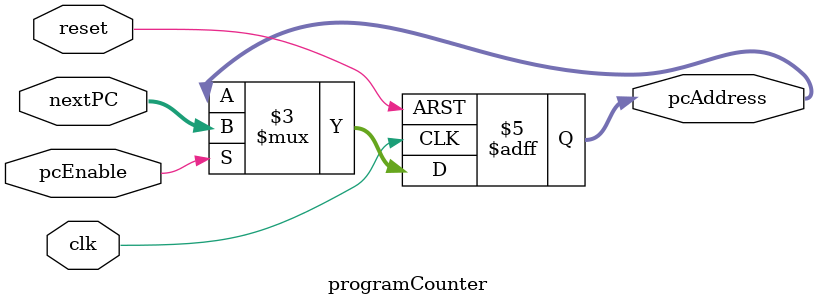
<source format=sv>
`timescale 1ns / 1ps

module programCounter(
    input logic clk,
    input logic reset,
    
    input logic [31:0] nextPC,
    input logic pcEnable,
    output logic [31:0] pcAddress

);

always_ff @(posedge clk or negedge reset) begin
    if (!reset) begin
        pcAddress <= 32'b0;
    end else if (pcEnable) begin
        pcAddress <= nextPC;
    end
end

endmodule

</source>
